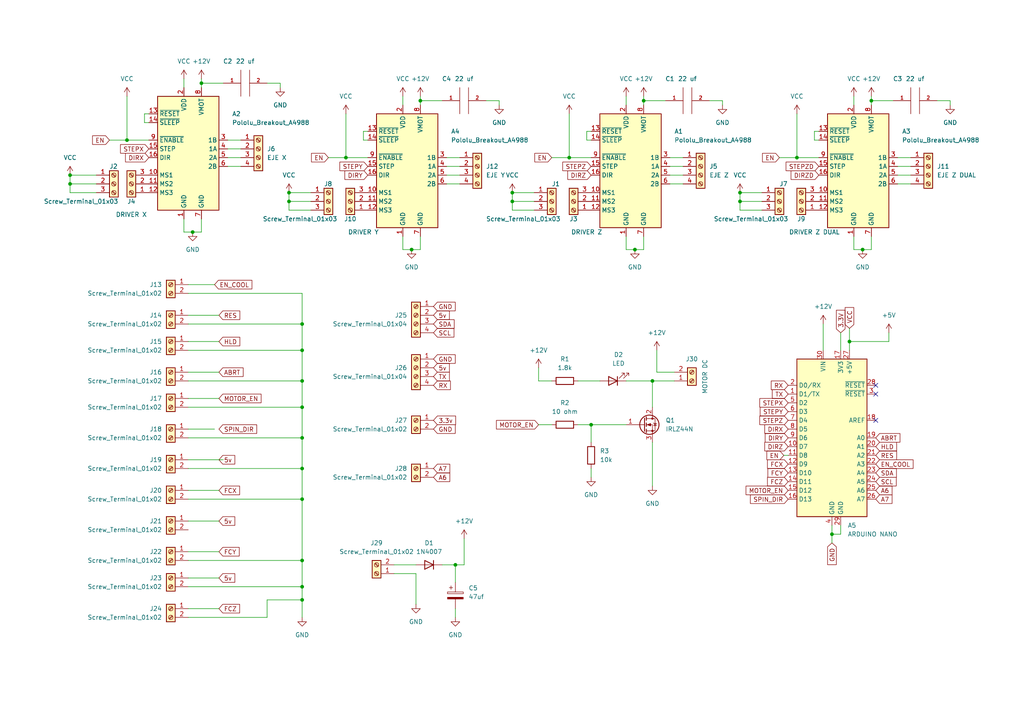
<source format=kicad_sch>
(kicad_sch (version 20211123) (generator eeschema)
  (paper "A4")
  (title_block (title "CONTROLADOR CNC ARDUINO NANO") (company "ING. CHRISTIAN TAYUPANTA"))
  (lib_symbols
    (symbol "Connector:Screw_Terminal_01x02" (pin_names (offset 1.016) hide)
      (property "Reference" "J" (at 0 2.54 0))
      (property "Value" "Screw_Terminal_01x02" (at 0 -5.08 0))
      (symbol "Screw_Terminal_01x02_1_1"
        (rectangle (start -1.27 1.27) (end 1.27 -3.81) (stroke (width 0.254)) (fill (type background)))
        (circle (center 0 -2.54) (radius 0.635) (stroke (width 0.1524)))
        (polyline (pts (xy -0.5334 -2.2098) (xy 0.3302 -3.048)) (stroke (width 0.1524)))
        (polyline (pts (xy -0.5334 0.3302) (xy 0.3302 -0.508)) (stroke (width 0.1524)))
        (polyline (pts (xy -0.3556 -2.032) (xy 0.508 -2.8702)) (stroke (width 0.1524)))
        (polyline (pts (xy -0.3556 0.508) (xy 0.508 -0.3302)) (stroke (width 0.1524)))
        (circle (center 0 0) (radius 0.635) (stroke (width 0.1524)))
        (pin passive line (at -5.08 0 0) (length 3.81) (name "Pin_1") (number "1"))
        (pin passive line (at -5.08 -2.54 0) (length 3.81) (name "Pin_2") (number "2"))
      )
    )
    (symbol "Connector:Screw_Terminal_01x03" (pin_names (offset 1.016) hide)
      (property "Reference" "J" (at 0 5.08 0))
      (property "Value" "Screw_Terminal_01x03" (at 0 -5.08 0))
      (symbol "Screw_Terminal_01x03_1_1"
        (rectangle (start -1.27 3.81) (end 1.27 -3.81) (stroke (width 0.254)) (fill (type background)))
        (circle (center 0 -2.54) (radius 0.635) (stroke (width 0.1524)))
        (polyline (pts (xy -0.5334 -2.2098) (xy 0.3302 -3.048)) (stroke (width 0.1524)))
        (polyline (pts (xy -0.5334 0.3302) (xy 0.3302 -0.508)) (stroke (width 0.1524)))
        (polyline (pts (xy -0.5334 2.8702) (xy 0.3302 2.032)) (stroke (width 0.1524)))
        (polyline (pts (xy -0.3556 -2.032) (xy 0.508 -2.8702)) (stroke (width 0.1524)))
        (polyline (pts (xy -0.3556 0.508) (xy 0.508 -0.3302)) (stroke (width 0.1524)))
        (polyline (pts (xy -0.3556 3.048) (xy 0.508 2.2098)) (stroke (width 0.1524)))
        (circle (center 0 0) (radius 0.635) (stroke (width 0.1524)))
        (circle (center 0 2.54) (radius 0.635) (stroke (width 0.1524)))
        (pin passive line (at -5.08 2.54 0) (length 3.81) (name "Pin_1") (number "1"))
        (pin passive line (at -5.08 0 0) (length 3.81) (name "Pin_2") (number "2"))
        (pin passive line (at -5.08 -2.54 0) (length 3.81) (name "Pin_3") (number "3"))
      )
    )
    (symbol "Connector:Screw_Terminal_01x04" (pin_names (offset 1.016) hide)
      (property "Reference" "J" (at 0 5.08 0))
      (property "Value" "Screw_Terminal_01x04" (at 0 -7.62 0))
      (symbol "Screw_Terminal_01x04_1_1"
        (rectangle (start -1.27 3.81) (end 1.27 -6.35) (stroke (width 0.254)) (fill (type background)))
        (circle (center 0 -5.08) (radius 0.635) (stroke (width 0.1524)))
        (circle (center 0 -2.54) (radius 0.635) (stroke (width 0.1524)))
        (polyline (pts (xy -0.5334 -4.7498) (xy 0.3302 -5.588)) (stroke (width 0.1524)))
        (polyline (pts (xy -0.5334 -2.2098) (xy 0.3302 -3.048)) (stroke (width 0.1524)))
        (polyline (pts (xy -0.5334 0.3302) (xy 0.3302 -0.508)) (stroke (width 0.1524)))
        (polyline (pts (xy -0.5334 2.8702) (xy 0.3302 2.032)) (stroke (width 0.1524)))
        (polyline (pts (xy -0.3556 -4.572) (xy 0.508 -5.4102)) (stroke (width 0.1524)))
        (polyline (pts (xy -0.3556 -2.032) (xy 0.508 -2.8702)) (stroke (width 0.1524)))
        (polyline (pts (xy -0.3556 0.508) (xy 0.508 -0.3302)) (stroke (width 0.1524)))
        (polyline (pts (xy -0.3556 3.048) (xy 0.508 2.2098)) (stroke (width 0.1524)))
        (circle (center 0 0) (radius 0.635) (stroke (width 0.1524)))
        (circle (center 0 2.54) (radius 0.635) (stroke (width 0.1524)))
        (pin passive line (at -5.08 2.54 0) (length 3.81) (name "Pin_1") (number "1"))
        (pin passive line (at -5.08 0 0) (length 3.81) (name "Pin_2") (number "2"))
        (pin passive line (at -5.08 -2.54 0) (length 3.81) (name "Pin_3") (number "3"))
        (pin passive line (at -5.08 -5.08 0) (length 3.81) (name "Pin_4") (number "4"))
      )
    )
    (symbol "Device:C_Polarized" (pin_numbers hide) (pin_names (offset 0.254))
      (property "Reference" "C" (at 0.635 2.54 0))
      (property "Value" "C_Polarized" (at 0.635 -2.54 0))
      (symbol "C_Polarized_0_1"
        (rectangle (start -2.286 0.508) (end 2.286 1.016))
        (polyline (pts (xy -1.778 2.286) (xy -0.762 2.286)))
        (polyline (pts (xy -1.27 2.794) (xy -1.27 1.778)))
        (rectangle (start 2.286 -0.508) (end -2.286 -1.016) (fill (type outline)))
      )
      (symbol "C_Polarized_1_1"
        (pin passive line (at 0 3.81 270) (length 2.794) (name "~") (number "1"))
        (pin passive line (at 0 -3.81 90) (length 2.794) (name "~") (number "2"))
      )
    )
    (symbol "Device:LED" (pin_numbers hide) (pin_names (offset 1.016) hide)
      (property "Reference" "D" (at 0 2.54 0))
      (property "Value" "LED" (at 0 -2.54 0))
      (symbol "LED_0_1"
        (polyline (pts (xy -1.27 -1.27) (xy -1.27 1.27)) (stroke (width 0.254)))
        (polyline (pts (xy -1.27 0) (xy 1.27 0)))
        (polyline (pts (xy 1.27 -1.27) (xy 1.27 1.27) (xy -1.27 0) (xy 1.27 -1.27)) (stroke (width 0.254)))
        (polyline (pts (xy -3.048 -0.762) (xy -4.572 -2.286) (xy -3.81 -2.286) (xy -4.572 -2.286) (xy -4.572 -1.524)))
        (polyline (pts (xy -1.778 -0.762) (xy -3.302 -2.286) (xy -2.54 -2.286) (xy -3.302 -2.286) (xy -3.302 -1.524)))
      )
      (symbol "LED_1_1"
        (pin passive line (at -3.81 0 0) (length 2.54) (name "K") (number "1"))
        (pin passive line (at 3.81 0 180) (length 2.54) (name "A") (number "2"))
      )
    )
    (symbol "Device:R" (pin_numbers hide) (pin_names (offset 0))
      (property "Reference" "R" (at 2.032 0 90))
      (property "Value" "R" (at 0 0 90))
      (symbol "R_0_1"
        (rectangle (start -1.016 -2.54) (end 1.016 2.54) (stroke (width 0.254)))
      )
      (symbol "R_1_1"
        (pin passive line (at 0 3.81 270) (length 1.27) (name "~") (number "1"))
        (pin passive line (at 0 -3.81 90) (length 1.27) (name "~") (number "2"))
      )
    )
    (symbol "Diode:1N4007" (pin_numbers hide) (pin_names (offset 1.016) hide)
      (property "Reference" "D" (at 0 2.54 0))
      (property "Value" "1N4007" (at 0 -2.54 0))
      (symbol "1N4007_0_1"
        (polyline (pts (xy -1.27 1.27) (xy -1.27 -1.27)) (stroke (width 0.254)))
        (polyline (pts (xy 1.27 0) (xy -1.27 0)))
        (polyline (pts (xy 1.27 1.27) (xy 1.27 -1.27) (xy -1.27 0) (xy 1.27 1.27)) (stroke (width 0.254)))
      )
      (symbol "1N4007_1_1"
        (pin passive line (at -3.81 0 0) (length 2.54) (name "K") (number "1"))
        (pin passive line (at 3.81 0 180) (length 2.54) (name "A") (number "2"))
      )
    )
    (symbol "Driver_Motor:Pololu_Breakout_A4988"
      (property "Reference" "A" (at -2.54 19.05 0))
      (property "Value" "Pololu_Breakout_A4988" (at -2.54 16.51 0))
      (symbol "Pololu_Breakout_A4988_0_1"
        (rectangle (start 10.16 -17.78) (end -7.62 15.24) (stroke (width 0.254)) (fill (type background)))
      )
      (symbol "Pololu_Breakout_A4988_1_1"
        (pin power_in line (at 0 -20.32 90) (length 2.54) (name "GND") (number "1"))
        (pin input line (at -10.16 -7.62 0) (length 2.54) (name "MS1") (number "10"))
        (pin input line (at -10.16 -10.16 0) (length 2.54) (name "MS2") (number "11"))
        (pin input line (at -10.16 -12.7 0) (length 2.54) (name "MS3") (number "12"))
        (pin input line (at -10.16 10.16 0) (length 2.54) (name "~{RESET}") (number "13"))
        (pin input line (at -10.16 7.62 0) (length 2.54) (name "~{SLEEP}") (number "14"))
        (pin input line (at -10.16 0 0) (length 2.54) (name "STEP") (number "15"))
        (pin input line (at -10.16 -2.54 0) (length 2.54) (name "DIR") (number "16"))
        (pin power_in line (at 0 17.78 270) (length 2.54) (name "VDD") (number "2"))
        (pin output line (at 12.7 2.54 180) (length 2.54) (name "1B") (number "3"))
        (pin output line (at 12.7 0 180) (length 2.54) (name "1A") (number "4"))
        (pin output line (at 12.7 -2.54 180) (length 2.54) (name "2A") (number "5"))
        (pin output line (at 12.7 -5.08 180) (length 2.54) (name "2B") (number "6"))
        (pin power_in line (at 5.08 -20.32 90) (length 2.54) (name "GND") (number "7"))
        (pin power_in line (at 5.08 17.78 270) (length 2.54) (name "VMOT") (number "8"))
        (pin input line (at -10.16 2.54 0) (length 2.54) (name "~{ENABLE}") (number "9"))
      )
    )
    (symbol "MCU_Module:Arduino_Nano_v2.x"
      (property "Reference" "A" (at -10.16 23.495 0))
      (property "Value" "Arduino_Nano_v2.x" (at 5.08 -24.13 0))
      (symbol "Arduino_Nano_v2.x_0_1"
        (rectangle (start -10.16 22.86) (end 10.16 -22.86) (stroke (width 0.254)) (fill (type background)))
      )
      (symbol "Arduino_Nano_v2.x_1_1"
        (pin bidirectional line (at -12.7 12.7 0) (length 2.54) (name "D1/TX") (number "1"))
        (pin bidirectional line (at -12.7 -2.54 0) (length 2.54) (name "D7") (number "10"))
        (pin bidirectional line (at -12.7 -5.08 0) (length 2.54) (name "D8") (number "11"))
        (pin bidirectional line (at -12.7 -7.62 0) (length 2.54) (name "D9") (number "12"))
        (pin bidirectional line (at -12.7 -10.16 0) (length 2.54) (name "D10") (number "13"))
        (pin bidirectional line (at -12.7 -12.7 0) (length 2.54) (name "D11") (number "14"))
        (pin bidirectional line (at -12.7 -15.24 0) (length 2.54) (name "D12") (number "15"))
        (pin bidirectional line (at -12.7 -17.78 0) (length 2.54) (name "D13") (number "16"))
        (pin power_out line (at 2.54 25.4 270) (length 2.54) (name "3V3") (number "17"))
        (pin input line (at 12.7 5.08 180) (length 2.54) (name "AREF") (number "18"))
        (pin bidirectional line (at 12.7 0 180) (length 2.54) (name "A0") (number "19"))
        (pin bidirectional line (at -12.7 15.24 0) (length 2.54) (name "D0/RX") (number "2"))
        (pin bidirectional line (at 12.7 -2.54 180) (length 2.54) (name "A1") (number "20"))
        (pin bidirectional line (at 12.7 -5.08 180) (length 2.54) (name "A2") (number "21"))
        (pin bidirectional line (at 12.7 -7.62 180) (length 2.54) (name "A3") (number "22"))
        (pin bidirectional line (at 12.7 -10.16 180) (length 2.54) (name "A4") (number "23"))
        (pin bidirectional line (at 12.7 -12.7 180) (length 2.54) (name "A5") (number "24"))
        (pin bidirectional line (at 12.7 -15.24 180) (length 2.54) (name "A6") (number "25"))
        (pin bidirectional line (at 12.7 -17.78 180) (length 2.54) (name "A7") (number "26"))
        (pin power_out line (at 5.08 25.4 270) (length 2.54) (name "+5V") (number "27"))
        (pin input line (at 12.7 15.24 180) (length 2.54) (name "~{RESET}") (number "28"))
        (pin power_in line (at 2.54 -25.4 90) (length 2.54) (name "GND") (number "29"))
        (pin input line (at 12.7 12.7 180) (length 2.54) (name "~{RESET}") (number "3"))
        (pin power_in line (at -2.54 25.4 270) (length 2.54) (name "VIN") (number "30"))
        (pin power_in line (at 0 -25.4 90) (length 2.54) (name "GND") (number "4"))
        (pin bidirectional line (at -12.7 10.16 0) (length 2.54) (name "D2") (number "5"))
        (pin bidirectional line (at -12.7 7.62 0) (length 2.54) (name "D3") (number "6"))
        (pin bidirectional line (at -12.7 5.08 0) (length 2.54) (name "D4") (number "7"))
        (pin bidirectional line (at -12.7 2.54 0) (length 2.54) (name "D5") (number "8"))
        (pin bidirectional line (at -12.7 0 0) (length 2.54) (name "D6") (number "9"))
      )
    )
    (symbol "Transistor_FET:IRLZ44N" (pin_names hide)
      (property "Reference" "Q" (at 6.35 1.905 0))
      (property "Value" "IRLZ44N" (at 6.35 0 0))
      (symbol "IRLZ44N_0_1"
        (polyline (pts (xy 0.254 0) (xy -2.54 0)))
        (polyline (pts (xy 0.254 1.905) (xy 0.254 -1.905)) (stroke (width 0.254)))
        (polyline (pts (xy 0.762 -1.27) (xy 0.762 -2.286)) (stroke (width 0.254)))
        (polyline (pts (xy 0.762 0.508) (xy 0.762 -0.508)) (stroke (width 0.254)))
        (polyline (pts (xy 0.762 2.286) (xy 0.762 1.27)) (stroke (width 0.254)))
        (polyline (pts (xy 2.54 2.54) (xy 2.54 1.778)))
        (polyline (pts (xy 2.54 -2.54) (xy 2.54 0) (xy 0.762 0)))
        (polyline (pts (xy 0.762 -1.778) (xy 3.302 -1.778) (xy 3.302 1.778) (xy 0.762 1.778)))
        (polyline (pts (xy 1.016 0) (xy 2.032 0.381) (xy 2.032 -0.381) (xy 1.016 0)) (fill (type outline)))
        (polyline (pts (xy 2.794 0.508) (xy 2.921 0.381) (xy 3.683 0.381) (xy 3.81 0.254)))
        (polyline (pts (xy 3.302 0.381) (xy 2.921 -0.254) (xy 3.683 -0.254) (xy 3.302 0.381)))
        (circle (center 1.651 0) (radius 2.794) (stroke (width 0.254)))
        (circle (center 2.54 -1.778) (radius 0.254) (fill (type outline)))
        (circle (center 2.54 1.778) (radius 0.254) (fill (type outline)))
      )
      (symbol "IRLZ44N_1_1"
        (pin input line (at -5.08 0 0) (length 2.54) (name "G") (number "1"))
        (pin passive line (at 2.54 5.08 270) (length 2.54) (name "D") (number "2"))
        (pin passive line (at 2.54 -5.08 90) (length 2.54) (name "S") (number "3"))
      )
    )
    (symbol "power:+12V" (power) (pin_names (offset 0))
      (property "Value" "+12V" (at 0 3.556 0))
      (symbol "+12V_0_1"
        (polyline (pts (xy -0.762 1.27) (xy 0 2.54)))
        (polyline (pts (xy 0 0) (xy 0 2.54)))
        (polyline (pts (xy 0 2.54) (xy 0.762 1.27)))
      )
      (symbol "+12V_1_1"
        (pin power_in line (at 0 0 90) (length 0) hide (name "+12V") (number "1"))
      )
    )
    (symbol "power:+5V" (power) (pin_names (offset 0))
      (property "Value" "+5V" (at 0 3.556 0))
      (symbol "+5V_0_1"
        (polyline (pts (xy -0.762 1.27) (xy 0 2.54)))
        (polyline (pts (xy 0 0) (xy 0 2.54)))
        (polyline (pts (xy 0 2.54) (xy 0.762 1.27)))
      )
      (symbol "+5V_1_1"
        (pin power_in line (at 0 0 90) (length 0) hide (name "+5V") (number "1"))
      )
    )
    (symbol "power:GND" (power) (pin_names (offset 0))
      (property "Value" "GND" (at 0 -3.81 0))
      (symbol "GND_0_1"
        (polyline (pts (xy 0 0) (xy 0 -1.27) (xy 1.27 -1.27) (xy 0 -2.54) (xy -1.27 -1.27) (xy 0 -1.27)))
      )
      (symbol "GND_1_1"
        (pin power_in line (at 0 0 270) (length 0) hide (name "GND") (number "1"))
      )
    )
    (symbol "power:VCC" (power) (pin_names (offset 0))
      (property "Value" "VCC" (at 0 3.81 0))
      (symbol "VCC_0_1"
        (polyline (pts (xy -0.762 1.27) (xy 0 2.54)))
        (polyline (pts (xy 0 0) (xy 0 2.54)))
        (polyline (pts (xy 0 2.54) (xy 0.762 1.27)))
      )
      (symbol "VCC_1_1"
        (pin power_in line (at 0 0 90) (length 0) hide (name "VCC") (number "1"))
      )
    )
    (symbol "pspice:CAP" (pin_names (offset 0.254))
      (property "Reference" "C" (at 2.54 3.81 90))
      (property "Value" "CAP" (at 2.54 -3.81 90))
      (symbol "CAP_0_1"
        (polyline (pts (xy -3.81 -1.27) (xy 3.81 -1.27)))
        (polyline (pts (xy -3.81 1.27) (xy 3.81 1.27)))
      )
      (symbol "CAP_1_1"
        (pin passive line (at 0 6.35 270) (length 5.08) (name "~") (number "1"))
        (pin passive line (at 0 -6.35 90) (length 5.08) (name "~") (number "2"))
      )
    )
  )
  (junction (at 87.63 101.6))
  (junction (at 246.38 99.06))
  (junction (at 148.59 55.88))
  (junction (at 58.42 24.13))
  (junction (at 171.45 123.19))
  (junction (at 83.82 58.42))
  (junction (at 189.23 110.49))
  (junction (at 20.32 50.8))
  (junction (at 87.63 144.78))
  (junction (at 121.92 29.21))
  (junction (at 119.38 72.39))
  (junction (at 184.15 72.39))
  (junction (at 252.73 29.21))
  (junction (at 165.1 45.72))
  (junction (at 132.08 163.83))
  (junction (at 148.59 58.42))
  (junction (at 87.63 173.99))
  (junction (at 87.63 135.89))
  (junction (at 100.33 45.72))
  (junction (at 83.82 55.88))
  (junction (at 36.83 40.64))
  (junction (at 250.19 72.39))
  (junction (at 87.63 162.56))
  (junction (at 186.69 29.21))
  (junction (at 87.63 127))
  (junction (at 241.3 154.94))
  (junction (at 87.63 118.11))
  (junction (at 55.88 67.31))
  (junction (at 214.63 55.88))
  (junction (at 20.32 53.34))
  (junction (at 87.63 93.98))
  (junction (at 231.14 45.72))
  (junction (at 214.63 58.42))
  (junction (at 87.63 110.49))
  (junction (at 87.63 170.18))
  (no_connect (at 254 111.76))
  (no_connect (at 254 114.3))
  (no_connect (at 254 121.92))
  (wire (pts (xy 186.69 29.21) (xy 193.04 29.21)))
  (wire (pts (xy 54.61 162.56) (xy 87.63 162.56)))
  (wire (pts (xy 54.61 118.11) (xy 87.63 118.11)))
  (wire (pts (xy 83.82 55.88) (xy 90.17 55.88)))
  (wire (pts (xy 231.14 33.02) (xy 231.14 45.72)))
  (wire (pts (xy 54.61 101.6) (xy 87.63 101.6)))
  (wire (pts (xy 252.73 68.58) (xy 252.73 72.39)))
  (wire (pts (xy 54.61 170.18) (xy 87.63 170.18)))
  (wire (pts (xy 128.27 163.83) (xy 132.08 163.83)))
  (wire (pts (xy 148.59 60.96) (xy 148.59 58.42)))
  (wire (pts (xy 54.61 124.46) (xy 62.23 124.46)))
  (wire (pts (xy 121.92 68.58) (xy 121.92 72.39)))
  (wire (pts (xy 167.64 110.49) (xy 173.99 110.49)))
  (wire (pts (xy 87.63 110.49) (xy 87.63 118.11)))
  (wire (pts (xy 20.32 53.34) (xy 27.94 53.34)))
  (wire (pts (xy 41.91 33.02) (xy 41.91 35.56)))
  (wire (pts (xy 116.84 68.58) (xy 116.84 72.39)))
  (wire (pts (xy 275.59 29.21) (xy 275.59 30.48)))
  (wire (pts (xy 134.62 163.83) (xy 134.62 156.21)))
  (wire (pts (xy 181.61 68.58) (xy 181.61 72.39)))
  (wire (pts (xy 246.38 99.06) (xy 246.38 101.6)))
  (wire (pts (xy 132.08 168.91) (xy 132.08 163.83)))
  (wire (pts (xy 83.82 58.42) (xy 83.82 55.88)))
  (wire (pts (xy 54.61 142.24) (xy 63.5 142.24)))
  (wire (pts (xy 194.31 50.8) (xy 198.12 50.8)))
  (wire (pts (xy 87.63 93.98) (xy 87.63 101.6)))
  (wire (pts (xy 186.69 29.21) (xy 186.69 30.48)))
  (wire (pts (xy 144.78 29.21) (xy 144.78 30.48)))
  (wire (pts (xy 87.63 162.56) (xy 87.63 170.18)))
  (wire (pts (xy 170.18 40.64) (xy 171.45 40.64)))
  (wire (pts (xy 121.92 72.39) (xy 119.38 72.39)))
  (wire (pts (xy 214.63 60.96) (xy 214.63 58.42)))
  (wire (pts (xy 260.35 50.8) (xy 264.16 50.8)))
  (wire (pts (xy 81.28 24.13) (xy 81.28 25.4)))
  (wire (pts (xy 54.61 93.98) (xy 87.63 93.98)))
  (wire (pts (xy 214.63 58.42) (xy 214.63 55.88)))
  (wire (pts (xy 105.41 40.64) (xy 106.68 40.64)))
  (wire (pts (xy 171.45 123.19) (xy 171.45 128.27)))
  (wire (pts (xy 87.63 85.09) (xy 87.63 93.98)))
  (wire (pts (xy 54.61 160.02) (xy 63.5 160.02)))
  (wire (pts (xy 20.32 55.88) (xy 20.32 53.34)))
  (wire (pts (xy 87.63 135.89) (xy 87.63 144.78)))
  (wire (pts (xy 87.63 173.99) (xy 87.63 179.07)))
  (wire (pts (xy 36.83 40.64) (xy 43.18 40.64)))
  (wire (pts (xy 238.76 93.98) (xy 238.76 101.6)))
  (wire (pts (xy 186.69 27.94) (xy 186.69 29.21)))
  (wire (pts (xy 121.92 29.21) (xy 121.92 30.48)))
  (wire (pts (xy 54.61 176.53) (xy 63.5 176.53)))
  (wire (pts (xy 114.3 163.83) (xy 120.65 163.83)))
  (wire (pts (xy 129.54 50.8) (xy 133.35 50.8)))
  (wire (pts (xy 171.45 135.89) (xy 171.45 138.43)))
  (wire (pts (xy 209.55 29.21) (xy 209.55 30.48)))
  (wire (pts (xy 114.3 166.37) (xy 120.65 166.37)))
  (wire (pts (xy 20.32 53.34) (xy 20.32 50.8)))
  (wire (pts (xy 165.1 33.02) (xy 165.1 45.72)))
  (wire (pts (xy 54.61 144.78) (xy 87.63 144.78)))
  (wire (pts (xy 116.84 27.94) (xy 116.84 30.48)))
  (wire (pts (xy 54.61 127) (xy 87.63 127)))
  (wire (pts (xy 132.08 163.83) (xy 134.62 163.83)))
  (wire (pts (xy 236.22 40.64) (xy 237.49 40.64)))
  (wire (pts (xy 186.69 72.39) (xy 184.15 72.39)))
  (wire (pts (xy 257.81 99.06) (xy 246.38 99.06)))
  (wire (pts (xy 165.1 45.72) (xy 171.45 45.72)))
  (wire (pts (xy 237.49 38.1) (xy 236.22 38.1)))
  (wire (pts (xy 186.69 68.58) (xy 186.69 72.39)))
  (wire (pts (xy 100.33 45.72) (xy 106.68 45.72)))
  (wire (pts (xy 252.73 29.21) (xy 252.73 30.48)))
  (wire (pts (xy 252.73 29.21) (xy 259.08 29.21)))
  (wire (pts (xy 257.81 96.52) (xy 257.81 99.06)))
  (wire (pts (xy 160.02 45.72) (xy 165.1 45.72)))
  (wire (pts (xy 243.84 96.52) (xy 243.84 101.6)))
  (wire (pts (xy 247.65 68.58) (xy 247.65 72.39)))
  (wire (pts (xy 140.97 29.21) (xy 144.78 29.21)))
  (wire (pts (xy 181.61 27.94) (xy 181.61 30.48)))
  (wire (pts (xy 100.33 33.02) (xy 100.33 45.72)))
  (wire (pts (xy 120.65 166.37) (xy 120.65 175.26)))
  (wire (pts (xy 129.54 53.34) (xy 133.35 53.34)))
  (wire (pts (xy 241.3 152.4) (xy 241.3 154.94)))
  (wire (pts (xy 87.63 170.18) (xy 87.63 173.99)))
  (wire (pts (xy 87.63 101.6) (xy 87.63 110.49)))
  (wire (pts (xy 83.82 60.96) (xy 83.82 58.42)))
  (wire (pts (xy 252.73 72.39) (xy 250.19 72.39)))
  (wire (pts (xy 154.94 60.96) (xy 148.59 60.96)))
  (wire (pts (xy 87.63 118.11) (xy 87.63 127)))
  (wire (pts (xy 181.61 110.49) (xy 189.23 110.49)))
  (wire (pts (xy 243.84 154.94) (xy 241.3 154.94)))
  (wire (pts (xy 58.42 24.13) (xy 64.77 24.13)))
  (wire (pts (xy 129.54 48.26) (xy 133.35 48.26)))
  (wire (pts (xy 194.31 53.34) (xy 198.12 53.34)))
  (wire (pts (xy 87.63 127) (xy 87.63 135.89)))
  (wire (pts (xy 243.84 152.4) (xy 243.84 154.94)))
  (wire (pts (xy 189.23 118.11) (xy 189.23 110.49)))
  (wire (pts (xy 171.45 123.19) (xy 181.61 123.19)))
  (wire (pts (xy 252.73 27.94) (xy 252.73 29.21)))
  (wire (pts (xy 194.31 48.26) (xy 198.12 48.26)))
  (wire (pts (xy 241.3 154.94) (xy 241.3 157.48)))
  (wire (pts (xy 58.42 24.13) (xy 58.42 25.4)))
  (wire (pts (xy 167.64 123.19) (xy 171.45 123.19)))
  (wire (pts (xy 54.61 179.07) (xy 77.47 179.07)))
  (wire (pts (xy 171.45 38.1) (xy 170.18 38.1)))
  (wire (pts (xy 260.35 48.26) (xy 264.16 48.26)))
  (wire (pts (xy 181.61 72.39) (xy 184.15 72.39)))
  (wire (pts (xy 66.04 48.26) (xy 69.85 48.26)))
  (wire (pts (xy 190.5 101.6) (xy 190.5 107.95)))
  (wire (pts (xy 160.02 110.49) (xy 156.21 110.49)))
  (wire (pts (xy 58.42 63.5) (xy 58.42 67.31)))
  (wire (pts (xy 148.59 58.42) (xy 148.59 55.88)))
  (wire (pts (xy 27.94 55.88) (xy 20.32 55.88)))
  (wire (pts (xy 77.47 173.99) (xy 87.63 173.99)))
  (wire (pts (xy 54.61 85.09) (xy 87.63 85.09)))
  (wire (pts (xy 247.65 72.39) (xy 250.19 72.39)))
  (wire (pts (xy 20.32 50.8) (xy 27.94 50.8)))
  (wire (pts (xy 106.68 38.1) (xy 105.41 38.1)))
  (wire (pts (xy 53.34 22.86) (xy 53.34 25.4)))
  (wire (pts (xy 105.41 38.1) (xy 105.41 40.64)))
  (wire (pts (xy 226.06 45.72) (xy 231.14 45.72)))
  (wire (pts (xy 54.61 115.57) (xy 63.5 115.57)))
  (wire (pts (xy 54.61 133.35) (xy 64.77 133.35)))
  (wire (pts (xy 220.98 60.96) (xy 214.63 60.96)))
  (wire (pts (xy 66.04 45.72) (xy 69.85 45.72)))
  (wire (pts (xy 54.61 107.95) (xy 63.5 107.95)))
  (wire (pts (xy 116.84 72.39) (xy 119.38 72.39)))
  (wire (pts (xy 227.33 132.08) (xy 228.6 132.08)))
  (wire (pts (xy 214.63 55.88) (xy 220.98 55.88)))
  (wire (pts (xy 54.61 110.49) (xy 87.63 110.49)))
  (wire (pts (xy 205.74 29.21) (xy 209.55 29.21)))
  (wire (pts (xy 132.08 176.53) (xy 132.08 179.07)))
  (wire (pts (xy 148.59 58.42) (xy 154.94 58.42)))
  (wire (pts (xy 214.63 58.42) (xy 220.98 58.42)))
  (wire (pts (xy 54.61 135.89) (xy 87.63 135.89)))
  (wire (pts (xy 260.35 45.72) (xy 264.16 45.72)))
  (wire (pts (xy 77.47 24.13) (xy 81.28 24.13)))
  (wire (pts (xy 54.61 167.64) (xy 63.5 167.64)))
  (wire (pts (xy 121.92 27.94) (xy 121.92 29.21)))
  (wire (pts (xy 41.91 35.56) (xy 43.18 35.56)))
  (wire (pts (xy 156.21 123.19) (xy 160.02 123.19)))
  (wire (pts (xy 66.04 43.18) (xy 69.85 43.18)))
  (wire (pts (xy 53.34 67.31) (xy 55.88 67.31)))
  (wire (pts (xy 53.34 63.5) (xy 53.34 67.31)))
  (wire (pts (xy 148.59 55.88) (xy 154.94 55.88)))
  (wire (pts (xy 43.18 33.02) (xy 41.91 33.02)))
  (wire (pts (xy 271.78 29.21) (xy 275.59 29.21)))
  (wire (pts (xy 260.35 53.34) (xy 264.16 53.34)))
  (wire (pts (xy 54.61 91.44) (xy 63.5 91.44)))
  (wire (pts (xy 83.82 58.42) (xy 90.17 58.42)))
  (wire (pts (xy 194.31 45.72) (xy 198.12 45.72)))
  (wire (pts (xy 129.54 45.72) (xy 133.35 45.72)))
  (wire (pts (xy 121.92 29.21) (xy 128.27 29.21)))
  (wire (pts (xy 231.14 45.72) (xy 237.49 45.72)))
  (wire (pts (xy 87.63 144.78) (xy 87.63 162.56)))
  (wire (pts (xy 77.47 179.07) (xy 77.47 173.99)))
  (wire (pts (xy 246.38 95.25) (xy 246.38 99.06)))
  (wire (pts (xy 247.65 27.94) (xy 247.65 30.48)))
  (wire (pts (xy 54.61 82.55) (xy 62.23 82.55)))
  (wire (pts (xy 58.42 22.86) (xy 58.42 24.13)))
  (wire (pts (xy 189.23 128.27) (xy 189.23 140.97)))
  (wire (pts (xy 58.42 67.31) (xy 55.88 67.31)))
  (wire (pts (xy 36.83 27.94) (xy 36.83 40.64)))
  (wire (pts (xy 236.22 38.1) (xy 236.22 40.64)))
  (wire (pts (xy 190.5 107.95) (xy 195.58 107.95)))
  (wire (pts (xy 170.18 38.1) (xy 170.18 40.64)))
  (wire (pts (xy 54.61 151.13) (xy 63.5 151.13)))
  (wire (pts (xy 54.61 99.06) (xy 63.5 99.06)))
  (wire (pts (xy 90.17 60.96) (xy 83.82 60.96)))
  (wire (pts (xy 66.04 40.64) (xy 69.85 40.64)))
  (wire (pts (xy 189.23 110.49) (xy 195.58 110.49)))
  (wire (pts (xy 31.75 40.64) (xy 36.83 40.64)))
  (wire (pts (xy 95.25 45.72) (xy 100.33 45.72)))
  (wire (pts (xy 156.21 110.49) (xy 156.21 106.68)))
  (global_label "FCX" (shape input) (at 63.5 142.24 0) (property "Intersheet References" "${INTERSHEET_REFS}" (effects hide)))
  (global_label "SPIN_DIR" (shape input) (at 63.5 124.46 0) (property "Intersheet References" "${INTERSHEET_REFS}" (effects hide)))
  (global_label "5v" (shape input) (at 63.5 167.64 0) (property "Intersheet References" "${INTERSHEET_REFS}" (effects hide)))
  (global_label "SCL" (shape input) (at 254 139.7 0) (property "Intersheet References" "${INTERSHEET_REFS}" (effects hide)))
  (global_label "STEPZD" (shape input) (at 237.49 48.26 180) (property "Intersheet References" "${INTERSHEET_REFS}" (effects hide)))
  (global_label "TX" (shape input) (at 125.73 109.22 0) (property "Intersheet References" "${INTERSHEET_REFS}" (effects hide)))
  (global_label "STEPX" (shape input) (at 228.6 116.84 180) (property "Intersheet References" "${INTERSHEET_REFS}" (effects hide)))
  (global_label "FCX" (shape input) (at 228.6 134.62 180) (property "Intersheet References" "${INTERSHEET_REFS}" (effects hide)))
  (global_label "GND" (shape input) (at 125.73 88.9 0) (property "Intersheet References" "${INTERSHEET_REFS}" (effects hide)))
  (global_label "EN_COOL" (shape input) (at 62.23 82.55 0) (property "Intersheet References" "${INTERSHEET_REFS}" (effects hide)))
  (global_label "STEPX" (shape input) (at 43.18 43.18 180) (property "Intersheet References" "${INTERSHEET_REFS}" (effects hide)))
  (global_label "DIRX" (shape input) (at 228.6 124.46 180) (property "Intersheet References" "${INTERSHEET_REFS}" (effects hide)))
  (global_label "FCY" (shape input) (at 63.5 160.02 0) (property "Intersheet References" "${INTERSHEET_REFS}" (effects hide)))
  (global_label "ABRT" (shape input) (at 63.5 107.95 0) (property "Intersheet References" "${INTERSHEET_REFS}" (effects hide)))
  (global_label "FCY" (shape input) (at 228.6 137.16 180) (property "Intersheet References" "${INTERSHEET_REFS}" (effects hide)))
  (global_label "SCL" (shape input) (at 125.73 96.52 0) (property "Intersheet References" "${INTERSHEET_REFS}" (effects hide)))
  (global_label "3.3v" (shape input) (at 125.73 121.92 0) (property "Intersheet References" "${INTERSHEET_REFS}" (effects hide)))
  (global_label "EN" (shape input) (at 227.33 132.08 180) (property "Intersheet References" "${INTERSHEET_REFS}" (effects hide)))
  (global_label "STEPZ" (shape input) (at 171.45 48.26 180) (property "Intersheet References" "${INTERSHEET_REFS}" (effects hide)))
  (global_label "DIRY" (shape input) (at 228.6 127 180) (property "Intersheet References" "${INTERSHEET_REFS}" (effects hide)))
  (global_label "DIRX" (shape input) (at 43.18 45.72 180) (property "Intersheet References" "${INTERSHEET_REFS}" (effects hide)))
  (global_label "EN" (shape input) (at 31.75 40.64 180) (property "Intersheet References" "${INTERSHEET_REFS}" (effects hide)))
  (global_label "A6" (shape input) (at 125.73 138.43 0) (property "Intersheet References" "${INTERSHEET_REFS}" (effects hide)))
  (global_label "STEPZ" (shape input) (at 228.6 121.92 180) (property "Intersheet References" "${INTERSHEET_REFS}" (effects hide)))
  (global_label "A6" (shape input) (at 254 142.24 0) (property "Intersheet References" "${INTERSHEET_REFS}" (effects hide)))
  (global_label "RX" (shape input) (at 125.73 111.76 0) (property "Intersheet References" "${INTERSHEET_REFS}" (effects hide)))
  (global_label "MOTOR_EN" (shape input) (at 156.21 123.19 180) (property "Intersheet References" "${INTERSHEET_REFS}" (effects hide)))
  (global_label "HLD" (shape input) (at 254 129.54 0) (property "Intersheet References" "${INTERSHEET_REFS}" (effects hide)))
  (global_label "3.3V" (shape input) (at 243.84 96.52 90) (property "Intersheet References" "${INTERSHEET_REFS}" (effects hide)))
  (global_label "SDA" (shape input) (at 254 137.16 0) (property "Intersheet References" "${INTERSHEET_REFS}" (effects hide)))
  (global_label "SPIN_DIR" (shape input) (at 228.6 144.78 180) (property "Intersheet References" "${INTERSHEET_REFS}" (effects hide)))
  (global_label "5v" (shape input) (at 125.73 91.44 0) (property "Intersheet References" "${INTERSHEET_REFS}" (effects hide)))
  (global_label "MOTOR_EN" (shape input) (at 228.6 142.24 180) (property "Intersheet References" "${INTERSHEET_REFS}" (effects hide)))
  (global_label "DIRZ" (shape input) (at 228.6 129.54 180) (property "Intersheet References" "${INTERSHEET_REFS}" (effects hide)))
  (global_label "EN" (shape input) (at 95.25 45.72 180) (property "Intersheet References" "${INTERSHEET_REFS}" (effects hide)))
  (global_label "ABRT" (shape input) (at 254 127 0) (property "Intersheet References" "${INTERSHEET_REFS}" (effects hide)))
  (global_label "RES" (shape input) (at 254 132.08 0) (property "Intersheet References" "${INTERSHEET_REFS}" (effects hide)))
  (global_label "VCC" (shape input) (at 246.38 95.25 90) (property "Intersheet References" "${INTERSHEET_REFS}" (effects hide)))
  (global_label "FCZ" (shape input) (at 228.6 139.7 180) (property "Intersheet References" "${INTERSHEET_REFS}" (effects hide)))
  (global_label "5v" (shape input) (at 125.73 106.68 0) (property "Intersheet References" "${INTERSHEET_REFS}" (effects hide)))
  (global_label "RX" (shape input) (at 228.6 111.76 180) (property "Intersheet References" "${INTERSHEET_REFS}" (effects hide)))
  (global_label "MOTOR_EN" (shape input) (at 63.5 115.57 0) (property "Intersheet References" "${INTERSHEET_REFS}" (effects hide)))
  (global_label "SDA" (shape input) (at 125.73 93.98 0) (property "Intersheet References" "${INTERSHEET_REFS}" (effects hide)))
  (global_label "STEPY" (shape input) (at 228.6 119.38 180) (property "Intersheet References" "${INTERSHEET_REFS}" (effects hide)))
  (global_label "DIRY" (shape input) (at 106.68 50.8 180) (property "Intersheet References" "${INTERSHEET_REFS}" (effects hide)))
  (global_label "DIRZD" (shape input) (at 237.49 50.8 180) (property "Intersheet References" "${INTERSHEET_REFS}" (effects hide)))
  (global_label "DIRZ" (shape input) (at 171.45 50.8 180) (property "Intersheet References" "${INTERSHEET_REFS}" (effects hide)))
  (global_label "5v" (shape input) (at 63.5 133.35 0) (property "Intersheet References" "${INTERSHEET_REFS}" (effects hide)))
  (global_label "TX" (shape input) (at 228.6 114.3 180) (property "Intersheet References" "${INTERSHEET_REFS}" (effects hide)))
  (global_label "HLD" (shape input) (at 63.5 99.06 0) (property "Intersheet References" "${INTERSHEET_REFS}" (effects hide)))
  (global_label "A7" (shape input) (at 254 144.78 0) (property "Intersheet References" "${INTERSHEET_REFS}" (effects hide)))
  (global_label "EN" (shape input) (at 226.06 45.72 180) (property "Intersheet References" "${INTERSHEET_REFS}" (effects hide)))
  (global_label "GND" (shape input) (at 125.73 124.46 0) (property "Intersheet References" "${INTERSHEET_REFS}" (effects hide)))
  (global_label "RES" (shape input) (at 63.5 91.44 0) (property "Intersheet References" "${INTERSHEET_REFS}" (effects hide)))
  (global_label "A7" (shape input) (at 125.73 135.89 0) (property "Intersheet References" "${INTERSHEET_REFS}" (effects hide)))
  (global_label "STEPY" (shape input) (at 106.68 48.26 180) (property "Intersheet References" "${INTERSHEET_REFS}" (effects hide)))
  (global_label "GND" (shape input) (at 241.3 157.48 270) (property "Intersheet References" "${INTERSHEET_REFS}" (effects hide)))
  (global_label "GND" (shape input) (at 125.73 104.14 0) (property "Intersheet References" "${INTERSHEET_REFS}" (effects hide)))
  (global_label "EN" (shape input) (at 160.02 45.72 180) (property "Intersheet References" "${INTERSHEET_REFS}" (effects hide)))
  (global_label "EN_COOL" (shape input) (at 254 134.62 0) (property "Intersheet References" "${INTERSHEET_REFS}" (effects hide)))
  (global_label "5v" (shape input) (at 63.5 151.13 0) (property "Intersheet References" "${INTERSHEET_REFS}" (effects hide)))
  (global_label "FCZ" (shape input) (at 63.5 176.53 0) (property "Intersheet References" "${INTERSHEET_REFS}" (effects hide)))
  (symbol (lib_id "power:GND") (at 120.65 175.26 0) (unit 1)
    (property "Reference" "#PWR02" (effects hide))
    (property "Value" "GND" (at 120.65 180.34 0))
  )
  (symbol (lib_id "Driver_Motor:Pololu_Breakout_A4988") (at 53.34 43.18 0) (unit 1)
    (property "Reference" "A2" (at 67.31 33.02 0) (effects (justify left)))
    (property "Value" "Pololu_Breakout_A4988" (at 67.31 35.56 0) (effects (justify left)))
    (property "Footprint" "Module:Pololu_Breakout-16_15.2x20.3mm" (effects hide))
    (property "Datasheet" "https://www.pololu.com/product/2980/pictures" (effects hide))
  )
  (symbol (lib_id "power:GND") (at 171.45 138.43 0) (unit 1)
    (property "Reference" "#PWR06" (effects hide))
    (property "Value" "GND" (at 171.45 143.51 0))
  )
  (symbol (lib_id "power:GND") (at 209.55 30.48 0) (unit 1)
    (property "Reference" "#PWR0118" (effects hide))
    (property "Value" "GND" (at 209.55 35.56 0))
  )
  (symbol (lib_id "Connector:Screw_Terminal_01x04") (at 203.2 48.26 0) (unit 1)
    (property "Reference" "J5" (at 205.74 48.2599 0) (effects (justify left)))
    (property "Value" "EJE Z" (at 205.74 50.7999 0) (effects (justify left)))
    (property "Footprint" "Connector_PinHeader_2.54mm:PinHeader_1x04_P2.54mm_Vertical" (effects hide))
  )
  (symbol (lib_id "Device:R") (at 171.45 132.08 0) (unit 1)
    (property "Reference" "R3" (at 173.99 130.8099 0) (effects (justify left)))
    (property "Value" "10k" (at 173.99 133.3499 0) (effects (justify left)))
    (property "Footprint" "Resistor_SMD:R_0805_2012Metric" (effects hide))
  )
  (symbol (lib_id "power:+12V") (at 156.21 106.68 0) (unit 1)
    (property "Reference" "#PWR05" (effects hide))
    (property "Value" "+12V" (at 156.21 101.6 0))
  )
  (symbol (lib_id "Connector:Screw_Terminal_01x03") (at 166.37 58.42 180) (unit 1)
    (property "Reference" "J3" (at 166.37 63.5 0))
    (property "Value" "DRIVER Z" (at 170.18 67.31 0))
    (property "Footprint" "Connector_PinHeader_2.54mm:PinHeader_1x03_P2.54mm_Vertical" (effects hide))
  )
  (symbol (lib_id "power:GND") (at 55.88 67.31 0) (unit 1)
    (property "Reference" "#PWR0115" (effects hide))
    (property "Value" "GND" (at 55.88 72.39 0))
  )
  (symbol (lib_id "power:VCC") (at 100.33 33.02 0) (unit 1)
    (property "Reference" "#PWR0102" (effects hide))
    (property "Value" "VCC" (at 100.33 27.94 0))
  )
  (symbol (lib_id "Device:LED") (at 177.8 110.49 180) (unit 1)
    (property "Reference" "D2" (at 179.3875 102.87 0))
    (property "Value" "LED" (at 179.3875 105.41 0))
    (property "Footprint" "Diode_SMD:D_0805_2012Metric" (effects hide))
  )
  (symbol (lib_id "Connector:Screw_Terminal_01x02") (at 49.53 124.46 0) (mirror y) (unit 1)
    (property "Reference" "J18" (at 46.99 124.4599 0) (effects (justify left)))
    (property "Value" "Screw_Terminal_01x02" (at 46.99 126.9999 0) (effects (justify left)))
    (property "Footprint" "Connector_PinHeader_2.54mm:PinHeader_1x02_P2.54mm_Vertical" (effects hide))
  )
  (symbol (lib_id "Connector:Screw_Terminal_01x04") (at 120.65 91.44 0) (mirror y) (unit 1)
    (property "Reference" "J25" (at 118.11 91.4399 0) (effects (justify left)))
    (property "Value" "Screw_Terminal_01x04" (at 118.11 93.9799 0) (effects (justify left)))
    (property "Footprint" "Connector_PinHeader_2.54mm:PinHeader_1x04_P2.54mm_Vertical" (effects hide))
  )
  (symbol (lib_id "power:VCC") (at 247.65 27.94 0) (unit 1)
    (property "Reference" "#PWR0122" (effects hide))
    (property "Value" "VCC" (at 247.65 22.86 0))
  )
  (symbol (lib_id "power:GND") (at 119.38 72.39 0) (unit 1)
    (property "Reference" "#PWR0110" (effects hide))
    (property "Value" "GND" (at 119.38 77.47 0))
  )
  (symbol (lib_id "Connector:Screw_Terminal_01x03") (at 232.41 58.42 180) (unit 1)
    (property "Reference" "J9" (at 232.41 63.5 0))
    (property "Value" "DRIVER Z DUAL" (at 236.22 67.31 0))
    (property "Footprint" "Connector_PinHeader_2.54mm:PinHeader_1x03_P2.54mm_Vertical" (effects hide))
  )
  (symbol (lib_id "power:VCC") (at 165.1 33.02 0) (unit 1)
    (property "Reference" "#PWR0108" (effects hide))
    (property "Value" "VCC" (at 165.1 27.94 0))
  )
  (symbol (lib_id "Connector:Screw_Terminal_01x02") (at 49.53 107.95 0) (mirror y) (unit 1)
    (property "Reference" "J16" (at 46.99 107.9499 0) (effects (justify left)))
    (property "Value" "Screw_Terminal_01x02" (at 46.99 110.4899 0) (effects (justify left)))
    (property "Footprint" "Connector_PinHeader_2.54mm:PinHeader_1x02_P2.54mm_Vertical" (effects hide))
  )
  (symbol (lib_id "power:+12V") (at 252.73 27.94 0) (unit 1)
    (property "Reference" "#PWR0111" (effects hide))
    (property "Value" "+12V" (at 252.73 22.86 0))
  )
  (symbol (lib_id "Connector:Screw_Terminal_01x02") (at 109.22 166.37 180) (unit 1)
    (property "Reference" "J29" (at 109.22 157.48 0))
    (property "Value" "Screw_Terminal_01x02" (at 109.22 160.02 0))
    (property "Footprint" "Connector_PinHeader_2.54mm:PinHeader_1x02_P2.54mm_Vertical" (effects hide))
  )
  (symbol (lib_id "Transistor_FET:IRLZ44N") (at 186.69 123.19 0) (unit 1)
    (property "Reference" "Q1" (at 193.04 121.9199 0) (effects (justify left)))
    (property "Value" "IRLZ44N" (at 193.04 124.4599 0) (effects (justify left)))
    (property "Footprint" "Package_TO_SOT_THT:TO-220-3_Vertical" (effects hide))
    (property "Datasheet" "http://www.irf.com/product-info/datasheets/data/irlz44n.pdf" (effects hide))
  )
  (symbol (lib_id "power:GND") (at 275.59 30.48 0) (unit 1)
    (property "Reference" "#PWR0112" (effects hide))
    (property "Value" "GND" (at 275.59 35.56 0))
  )
  (symbol (lib_id "power:+12V") (at 58.42 22.86 0) (unit 1)
    (property "Reference" "#PWR0113" (effects hide))
    (property "Value" "+12V" (at 58.42 17.78 0))
  )
  (symbol (lib_id "power:+5V") (at 257.81 96.52 0) (unit 1)
    (property "Reference" "#PWR0126" (effects hide))
    (property "Value" "+5V" (at 257.81 91.44 0))
  )
  (symbol (lib_id "power:GND") (at 144.78 30.48 0) (unit 1)
    (property "Reference" "#PWR0109" (effects hide))
    (property "Value" "GND" (at 144.78 35.56 0))
  )
  (symbol (lib_id "power:+12V") (at 121.92 27.94 0) (unit 1)
    (property "Reference" "#PWR0103" (effects hide))
    (property "Value" "+12V" (at 121.92 22.86 0))
  )
  (symbol (lib_id "Connector:Screw_Terminal_01x03") (at 160.02 58.42 0) (unit 1)
    (property "Reference" "J1" (at 160.02 53.34 0) (effects (justify left)))
    (property "Value" "Screw_Terminal_01x03" (at 140.97 63.5 0) (effects (justify left)))
    (property "Footprint" "Connector_PinHeader_2.54mm:PinHeader_1x03_P2.54mm_Vertical" (effects hide))
  )
  (symbol (lib_id "Connector:Screw_Terminal_01x02") (at 49.53 167.64 0) (mirror y) (unit 1)
    (property "Reference" "J23" (at 46.99 167.6399 0) (effects (justify left)))
    (property "Value" "Screw_Terminal_01x02" (at 46.99 170.1799 0) (effects (justify left)))
    (property "Footprint" "Connector_PinHeader_2.54mm:PinHeader_1x02_P2.54mm_Vertical" (effects hide))
  )
  (symbol (lib_id "Connector:Screw_Terminal_01x02") (at 49.53 91.44 0) (mirror y) (unit 1)
    (property "Reference" "J14" (at 46.99 91.4399 0) (effects (justify left)))
    (property "Value" "Screw_Terminal_01x02" (at 46.99 93.9799 0) (effects (justify left)))
    (property "Footprint" "Connector_PinHeader_2.54mm:PinHeader_1x02_P2.54mm_Vertical" (effects hide))
  )
  (symbol (lib_id "Device:R") (at 163.83 110.49 270) (unit 1)
    (property "Reference" "R1" (at 163.83 104.14 90))
    (property "Value" "1.8k" (at 163.83 106.68 90))
    (property "Footprint" "Resistor_SMD:R_0805_2012Metric" (effects hide))
  )
  (symbol (lib_id "Connector:Screw_Terminal_01x02") (at 120.65 121.92 0) (mirror y) (unit 1)
    (property "Reference" "J27" (at 118.11 121.9199 0) (effects (justify left)))
    (property "Value" "Screw_Terminal_01x02" (at 118.11 124.4599 0) (effects (justify left)))
    (property "Footprint" "Connector_PinHeader_2.54mm:PinHeader_1x02_P2.54mm_Vertical" (effects hide))
  )
  (symbol (lib_id "Connector:Screw_Terminal_01x02") (at 49.53 115.57 0) (mirror y) (unit 1)
    (property "Reference" "J17" (at 46.99 115.5699 0) (effects (justify left)))
    (property "Value" "Screw_Terminal_01x02" (at 46.99 118.1099 0) (effects (justify left)))
    (property "Footprint" "Connector_PinHeader_2.54mm:PinHeader_1x02_P2.54mm_Vertical" (effects hide))
  )
  (symbol (lib_id "pspice:CAP") (at 134.62 29.21 90) (unit 1)
    (property "Reference" "C4" (at 129.54 22.86 90))
    (property "Value" "22 uf" (at 134.62 22.86 90))
    (property "Footprint" "Capacitor_THT:CP_Radial_D5.0mm_P2.50mm" (effects hide))
  )
  (symbol (lib_id "pspice:CAP") (at 199.39 29.21 90) (unit 1)
    (property "Reference" "C1" (at 194.31 22.86 90))
    (property "Value" "22 uf" (at 199.39 22.86 90))
    (property "Footprint" "Capacitor_THT:CP_Radial_D5.0mm_P2.50mm" (effects hide))
  )
  (symbol (lib_id "Connector:Screw_Terminal_01x03") (at 38.1 53.34 180) (unit 1)
    (property "Reference" "J4" (at 38.1 58.42 0))
    (property "Value" "DRIVER X" (at 38.1 62.23 0))
    (property "Footprint" "Connector_PinHeader_2.54mm:PinHeader_1x03_P2.54mm_Vertical" (effects hide))
  )
  (symbol (lib_id "power:GND") (at 184.15 72.39 0) (unit 1)
    (property "Reference" "#PWR0107" (effects hide))
    (property "Value" "GND" (at 184.15 77.47 0))
  )
  (symbol (lib_id "MCU_Module:Arduino_Nano_v2.x") (at 241.3 127 0) (unit 1)
    (property "Reference" "A5" (at 245.8594 152.4 0) (effects (justify left)))
    (property "Value" "ARDUINO NANO " (at 245.8594 154.94 0) (effects (justify left)))
    (property "Footprint" "Module:Arduino_Nano" (effects hide))
    (property "Datasheet" "https://www.arduino.cc/en/uploads/Main/ArduinoNanoManual23.pdf" (effects hide))
  )
  (symbol (lib_id "Connector:Screw_Terminal_01x04") (at 74.93 43.18 0) (unit 1)
    (property "Reference" "J6" (at 77.47 43.1799 0) (effects (justify left)))
    (property "Value" "EJE X" (at 77.47 45.7199 0) (effects (justify left)))
    (property "Footprint" "Connector_PinHeader_2.54mm:PinHeader_1x04_P2.54mm_Vertical" (effects hide))
  )
  (symbol (lib_id "Connector:Screw_Terminal_01x03") (at 226.06 58.42 0) (unit 1)
    (property "Reference" "J7" (at 226.06 53.34 0) (effects (justify left)))
    (property "Value" "Screw_Terminal_01x03" (at 207.01 63.5 0) (effects (justify left)))
    (property "Footprint" "Connector_PinHeader_2.54mm:PinHeader_1x03_P2.54mm_Vertical" (effects hide))
  )
  (symbol (lib_id "Connector:Screw_Terminal_01x03") (at 95.25 58.42 0) (unit 1)
    (property "Reference" "J8" (at 93.98 53.34 0) (effects (justify left)))
    (property "Value" "Screw_Terminal_01x03" (at 76.2 63.5 0) (effects (justify left)))
    (property "Footprint" "Connector_PinHeader_2.54mm:PinHeader_1x03_P2.54mm_Vertical" (effects hide))
  )
  (symbol (lib_id "Driver_Motor:Pololu_Breakout_A4988") (at 181.61 48.26 0) (unit 1)
    (property "Reference" "A1" (at 195.58 38.1 0) (effects (justify left)))
    (property "Value" "Pololu_Breakout_A4988" (at 195.58 40.64 0) (effects (justify left)))
    (property "Footprint" "Module:Pololu_Breakout-16_15.2x20.3mm" (effects hide))
    (property "Datasheet" "https://www.pololu.com/product/2980/pictures" (effects hide))
  )
  (symbol (lib_id "Connector:Screw_Terminal_01x04") (at 120.65 106.68 0) (mirror y) (unit 1)
    (property "Reference" "J26" (at 118.11 106.6799 0) (effects (justify left)))
    (property "Value" "Screw_Terminal_01x04" (at 118.11 109.2199 0) (effects (justify left)))
    (property "Footprint" "Connector_PinHeader_2.54mm:PinHeader_1x04_P2.54mm_Vertical" (effects hide))
  )
  (symbol (lib_id "Device:C_Polarized") (at 132.08 172.72 0) (unit 1)
    (property "Reference" "C5" (at 135.89 170.5609 0) (effects (justify left)))
    (property "Value" "47uf" (at 135.89 173.1009 0) (effects (justify left)))
    (property "Footprint" "Capacitor_THT:CP_Radial_D5.0mm_P2.50mm" (effects hide))
  )
  (symbol (lib_id "Connector:Screw_Terminal_01x04") (at 138.43 48.26 0) (unit 1)
    (property "Reference" "J12" (at 140.97 48.2599 0) (effects (justify left)))
    (property "Value" "EJE Y" (at 140.97 50.7999 0) (effects (justify left)))
    (property "Footprint" "Connector_PinHeader_2.54mm:PinHeader_1x04_P2.54mm_Vertical" (effects hide))
  )
  (symbol (lib_id "Connector:Screw_Terminal_01x02") (at 49.53 176.53 0) (mirror y) (unit 1)
    (property "Reference" "J24" (at 46.99 176.5299 0) (effects (justify left)))
    (property "Value" "Screw_Terminal_01x02" (at 46.99 179.0699 0) (effects (justify left)))
    (property "Footprint" "Connector_PinHeader_2.54mm:PinHeader_1x02_P2.54mm_Vertical" (effects hide))
  )
  (symbol (lib_id "power:GND") (at 250.19 72.39 0) (unit 1)
    (property "Reference" "#PWR0124" (effects hide))
    (property "Value" "GND" (at 250.19 77.47 0))
  )
  (symbol (lib_id "power:+12V") (at 186.69 27.94 0) (unit 1)
    (property "Reference" "#PWR0120" (effects hide))
    (property "Value" "+12V" (at 186.69 22.86 0))
  )
  (symbol (lib_id "Diode:1N4007") (at 124.46 163.83 180) (unit 1)
    (property "Reference" "D1" (at 124.46 157.48 0))
    (property "Value" "1N4007" (at 124.46 160.02 0))
    (property "Footprint" "Diode_THT:D_DO-41_SOD81_P10.16mm_Horizontal" (effects hide))
    (property "Datasheet" "http://www.vishay.com/docs/88503/1n4001.pdf" (effects hide))
  )
  (symbol (lib_id "power:+12V") (at 134.62 156.21 0) (unit 1)
    (property "Reference" "#PWR04" (effects hide))
    (property "Value" "+12V" (at 134.62 151.13 0))
  )
  (symbol (lib_id "power:VCC") (at 53.34 22.86 0) (unit 1)
    (property "Reference" "#PWR0114" (effects hide))
    (property "Value" "VCC" (at 53.34 17.78 0))
  )
  (symbol (lib_id "Connector:Screw_Terminal_01x02") (at 49.53 99.06 0) (mirror y) (unit 1)
    (property "Reference" "J15" (at 46.99 99.0599 0) (effects (justify left)))
    (property "Value" "Screw_Terminal_01x02" (at 46.99 101.5999 0) (effects (justify left)))
    (property "Footprint" "Connector_PinHeader_2.54mm:PinHeader_1x02_P2.54mm_Vertical" (effects hide))
  )
  (symbol (lib_id "power:VCC") (at 181.61 27.94 0) (unit 1)
    (property "Reference" "#PWR0119" (effects hide))
    (property "Value" "VCC" (at 181.61 22.86 0))
  )
  (symbol (lib_id "Connector:Screw_Terminal_01x03") (at 33.02 53.34 0) (unit 1)
    (property "Reference" "J2" (at 31.75 48.26 0) (effects (justify left)))
    (property "Value" "Screw_Terminal_01x03" (at 12.7 58.42 0) (effects (justify left)))
    (property "Footprint" "Connector_PinHeader_2.54mm:PinHeader_1x03_P2.54mm_Vertical" (effects hide))
  )
  (symbol (lib_id "Connector:Screw_Terminal_01x02") (at 49.53 133.35 0) (mirror y) (unit 1)
    (property "Reference" "J19" (at 46.99 133.3499 0) (effects (justify left)))
    (property "Value" "Screw_Terminal_01x02" (at 46.99 135.8899 0) (effects (justify left)))
    (property "Footprint" "Connector_PinHeader_2.54mm:PinHeader_1x02_P2.54mm_Vertical" (effects hide))
  )
  (symbol (lib_id "Connector:Screw_Terminal_01x02") (at 49.53 151.13 0) (mirror y) (unit 1)
    (property "Reference" "J21" (at 46.99 151.1299 0) (effects (justify left)))
    (property "Value" "Screw_Terminal_01x02" (at 46.99 153.6699 0) (effects (justify left)))
    (property "Footprint" "Connector_PinHeader_2.54mm:PinHeader_1x02_P2.54mm_Vertical" (effects hide))
  )
  (symbol (lib_id "pspice:CAP") (at 265.43 29.21 90) (unit 1)
    (property "Reference" "C3" (at 260.35 22.86 90))
    (property "Value" "22 uf" (at 265.43 22.86 90))
    (property "Footprint" "Capacitor_THT:CP_Radial_D5.0mm_P2.50mm" (effects hide))
  )
  (symbol (lib_id "Connector:Screw_Terminal_01x02") (at 120.65 135.89 0) (mirror y) (unit 1)
    (property "Reference" "J28" (at 118.11 135.8899 0) (effects (justify left)))
    (property "Value" "Screw_Terminal_01x02" (at 118.11 138.4299 0) (effects (justify left)))
    (property "Footprint" "Connector_PinHeader_2.54mm:PinHeader_1x02_P2.54mm_Vertical" (effects hide))
  )
  (symbol (lib_id "Device:R") (at 163.83 123.19 270) (unit 1)
    (property "Reference" "R2" (at 163.83 116.84 90))
    (property "Value" "10 ohm" (at 163.83 119.38 90))
    (property "Footprint" "Resistor_SMD:R_0805_2012Metric" (effects hide))
  )
  (symbol (lib_id "power:VCC") (at 231.14 33.02 0) (unit 1)
    (property "Reference" "#PWR0121" (effects hide))
    (property "Value" "VCC" (at 231.14 27.94 0))
  )
  (symbol (lib_id "power:VCC") (at 20.32 50.8 0) (unit 1)
    (property "Reference" "#PWR0105" (effects hide))
    (property "Value" "VCC" (at 20.32 45.72 0))
  )
  (symbol (lib_id "Connector:Screw_Terminal_01x02") (at 49.53 160.02 0) (mirror y) (unit 1)
    (property "Reference" "J22" (at 46.99 160.0199 0) (effects (justify left)))
    (property "Value" "Screw_Terminal_01x02" (at 46.99 162.5599 0) (effects (justify left)))
    (property "Footprint" "Connector_PinHeader_2.54mm:PinHeader_1x02_P2.54mm_Vertical" (effects hide))
  )
  (symbol (lib_id "power:GND") (at 132.08 179.07 0) (unit 1)
    (property "Reference" "#PWR03" (effects hide))
    (property "Value" "GND" (at 132.08 184.15 0))
  )
  (symbol (lib_id "power:GND") (at 81.28 25.4 0) (unit 1)
    (property "Reference" "#PWR0117" (effects hide))
    (property "Value" "GND" (at 81.28 30.48 0))
  )
  (symbol (lib_id "power:VCC") (at 148.59 55.88 0) (unit 1)
    (property "Reference" "#PWR0106" (effects hide))
    (property "Value" "VCC" (at 148.59 50.8 0))
  )
  (symbol (lib_id "Connector:Screw_Terminal_01x04") (at 269.24 48.26 0) (unit 1)
    (property "Reference" "J11" (at 271.78 48.2599 0) (effects (justify left)))
    (property "Value" "EJE Z DUAL" (at 271.78 50.7999 0) (effects (justify left)))
    (property "Footprint" "Connector_PinHeader_2.54mm:PinHeader_1x04_P2.54mm_Vertical" (effects hide))
  )
  (symbol (lib_id "power:VCC") (at 116.84 27.94 0) (unit 1)
    (property "Reference" "#PWR0101" (effects hide))
    (property "Value" "VCC" (at 116.84 22.86 0))
  )
  (symbol (lib_id "power:VCC") (at 36.83 27.94 0) (unit 1)
    (property "Reference" "#PWR0116" (effects hide))
    (property "Value" "VCC" (at 36.83 22.86 0))
  )
  (symbol (lib_id "Driver_Motor:Pololu_Breakout_A4988") (at 247.65 48.26 0) (unit 1)
    (property "Reference" "A3" (at 261.62 38.1 0) (effects (justify left)))
    (property "Value" "Pololu_Breakout_A4988" (at 261.62 40.64 0) (effects (justify left)))
    (property "Footprint" "Module:Pololu_Breakout-16_15.2x20.3mm" (effects hide))
    (property "Datasheet" "https://www.pololu.com/product/2980/pictures" (effects hide))
  )
  (symbol (lib_id "Connector:Screw_Terminal_01x02") (at 200.66 110.49 0) (mirror x) (unit 1)
    (property "Reference" "J30" (at 200.66 104.14 0))
    (property "Value" "MOTOR DC" (at 204.47 109.22 90))
    (property "Footprint" "Connector_PinHeader_2.54mm:PinHeader_1x02_P2.54mm_Vertical" (effects hide))
  )
  (symbol (lib_id "power:VCC") (at 83.82 55.88 0) (unit 1)
    (property "Reference" "#PWR0104" (effects hide))
    (property "Value" "VCC" (at 83.82 50.8 0))
  )
  (symbol (lib_id "power:GND") (at 87.63 179.07 0) (unit 1)
    (property "Reference" "#PWR01" (effects hide))
    (property "Value" "GND" (at 87.63 184.15 0))
  )
  (symbol (lib_id "power:+12V") (at 190.5 101.6 0) (unit 1)
    (property "Reference" "#PWR08" (effects hide))
    (property "Value" "+12V" (at 190.5 96.52 0))
  )
  (symbol (lib_id "Driver_Motor:Pololu_Breakout_A4988") (at 116.84 48.26 0) (unit 1)
    (property "Reference" "A4" (at 130.81 38.1 0) (effects (justify left)))
    (property "Value" "Pololu_Breakout_A4988" (at 130.81 40.64 0) (effects (justify left)))
    (property "Footprint" "Module:Pololu_Breakout-16_15.2x20.3mm" (effects hide))
    (property "Datasheet" "https://www.pololu.com/product/2980/pictures" (effects hide))
  )
  (symbol (lib_id "Connector:Screw_Terminal_01x02") (at 49.53 142.24 0) (mirror y) (unit 1)
    (property "Reference" "J20" (at 46.99 142.2399 0) (effects (justify left)))
    (property "Value" "Screw_Terminal_01x02" (at 46.99 144.7799 0) (effects (justify left)))
    (property "Footprint" "Connector_PinHeader_2.54mm:PinHeader_1x02_P2.54mm_Vertical" (effects hide))
  )
  (symbol (lib_id "pspice:CAP") (at 71.12 24.13 90) (unit 1)
    (property "Reference" "C2" (at 66.04 17.78 90))
    (property "Value" "22 uf" (at 71.12 17.78 90))
    (property "Footprint" "Capacitor_THT:CP_Radial_D5.0mm_P2.50mm" (effects hide))
  )
  (symbol (lib_id "Connector:Screw_Terminal_01x03") (at 101.6 58.42 180) (unit 1)
    (property "Reference" "J10" (at 101.6 63.5 0))
    (property "Value" "DRIVER Y" (at 105.41 67.31 0))
    (property "Footprint" "Connector_PinHeader_2.54mm:PinHeader_1x03_P2.54mm_Vertical" (effects hide))
  )
  (symbol (lib_id "power:VCC") (at 214.63 55.88 0) (unit 1)
    (property "Reference" "#PWR0123" (effects hide))
    (property "Value" "VCC" (at 214.63 50.8 0))
  )
  (symbol (lib_id "power:GND") (at 189.23 140.97 0) (unit 1)
    (property "Reference" "#PWR07" (effects hide))
    (property "Value" "GND" (at 189.23 146.05 0))
  )
  (symbol (lib_id "Connector:Screw_Terminal_01x02") (at 49.53 82.55 0) (mirror y) (unit 1)
    (property "Reference" "J13" (at 46.99 82.5499 0) (effects (justify left)))
    (property "Value" "Screw_Terminal_01x02" (at 46.99 85.0899 0) (effects (justify left)))
    (property "Footprint" "Connector_PinHeader_2.54mm:PinHeader_1x02_P2.54mm_Vertical" (effects hide))
  )
  (symbol (lib_id "power:+12V") (at 238.76 93.98 0) (unit 1)
    (property "Reference" "#PWR0125" (effects hide))
    (property "Value" "+12V" (at 238.76 88.9 0))
  )
)
</source>
